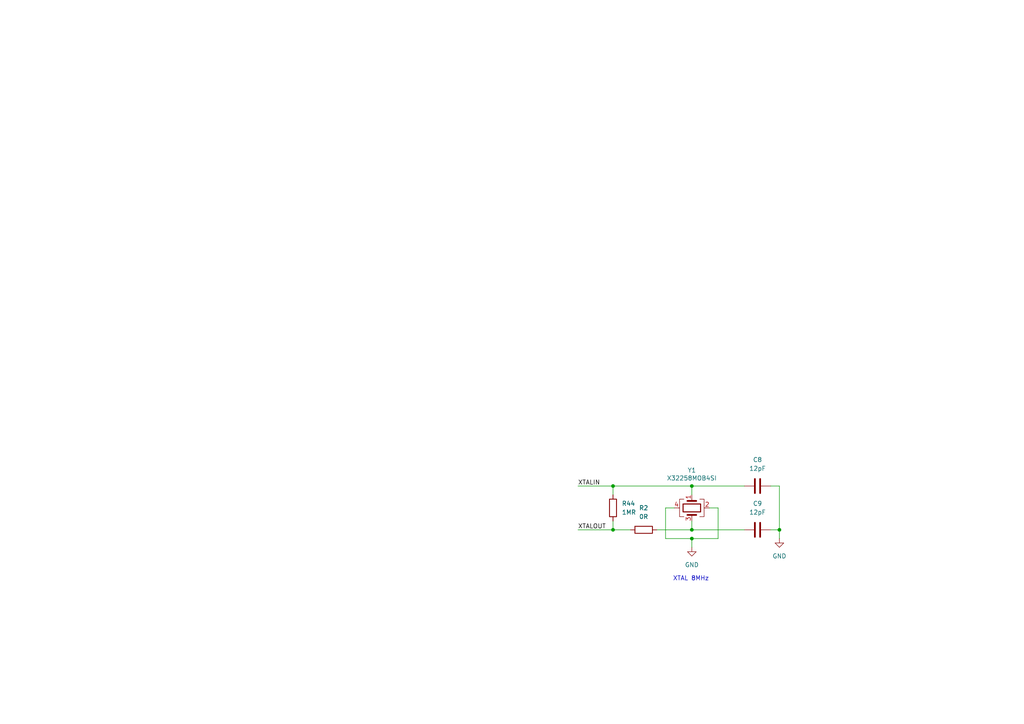
<source format=kicad_sch>
(kicad_sch (version 20250114) (generator "eeschema") (generator_version "9.0")
  (paper "A4")
  (lib_symbols
    (symbol "Device:C" (pin_numbers (hide yes)) (pin_names (offset 0.254))
      (property "Reference" "C" (at 0.635 2.54 0))
      (property "Value" "C" (at 0.635 -2.54 0))
      (symbol "C_0_1"
        (polyline (pts (xy -2.032 0.762) (xy 2.032 0.762)) (stroke (width 0.508)))
        (polyline (pts (xy -2.032 -0.762) (xy 2.032 -0.762)) (stroke (width 0.508)))
      )
      (symbol "C_1_1"
        (pin passive line (at 0 3.81 270) (length 2.794) (name "~") (number "1"))
        (pin passive line (at 0 -3.81 90) (length 2.794) (name "~") (number "2"))
      )
    )
    (symbol "Device:Crystal_GND24" (pin_names (offset 1.016) (hide yes))
      (property "Reference" "Y" (at 3.175 5.08 0))
      (property "Value" "Crystal_GND24" (at 3.175 3.175 0))
      (symbol "Crystal_GND24_0_1"
        (polyline (pts (xy -2.54 2.286) (xy -2.54 3.556) (xy 2.54 3.556) (xy 2.54 2.286)))
        (polyline (pts (xy -2.54 0) (xy -2.032 0)))
        (polyline (pts (xy -2.54 -2.286) (xy -2.54 -3.556) (xy 2.54 -3.556) (xy 2.54 -2.286)))
        (polyline (pts (xy -2.032 -1.27) (xy -2.032 1.27)) (stroke (width 0.508)))
        (rectangle (start -1.143 2.54) (end 1.143 -2.54) (stroke (width 0.3048)))
        (polyline (pts (xy 0 3.556) (xy 0 3.81)))
        (polyline (pts (xy 0 -3.81) (xy 0 -3.556)))
        (polyline (pts (xy 2.032 0) (xy 2.54 0)))
        (polyline (pts (xy 2.032 -1.27) (xy 2.032 1.27)) (stroke (width 0.508)))
      )
      (symbol "Crystal_GND24_1_1"
        (pin passive line (at -3.81 0 0) (length 1.27) (name "1") (number "1"))
        (pin passive line (at 0 5.08 270) (length 1.27) (name "2") (number "2"))
        (pin passive line (at 0 -5.08 90) (length 1.27) (name "4") (number "4"))
        (pin passive line (at 3.81 0 180) (length 1.27) (name "3") (number "3"))
      )
    )
    (symbol "Device:R" (pin_numbers (hide yes)) (pin_names (offset 0))
      (property "Reference" "R" (at 2.032 0 90))
      (property "Value" "R" (at 0 0 90))
      (symbol "R_0_1"
        (rectangle (start -1.016 -2.54) (end 1.016 2.54) (stroke (width 0.254)))
      )
      (symbol "R_1_1"
        (pin passive line (at 0 3.81 270) (length 1.27) (name "~") (number "1"))
        (pin passive line (at 0 -3.81 90) (length 1.27) (name "~") (number "2"))
      )
    )
    (symbol "power:GND" (power) (pin_numbers (hide yes)) (pin_names (offset 0) (hide yes))
      (property "Value" "GND" (at 0 -3.81 0))
      (symbol "GND_0_1"
        (polyline (pts (xy 0 0) (xy 0 -1.27) (xy 1.27 -1.27) (xy 0 -2.54) (xy -1.27 -1.27) (xy 0 -1.27)))
      )
      (symbol "GND_1_1"
        (pin power_in line (at 0 0 270) (length 0) (name "~") (number "1"))
      )
    )
  )
  (text "XTAL 8MHz" (at 200.406 167.894 0) (effects (font (size 1.27 1.27))))
  (junction (at 177.8 140.97))
  (junction (at 200.66 156.21))
  (junction (at 226.06 153.67))
  (junction (at 200.66 153.67))
  (junction (at 177.8 153.67))
  (junction (at 200.66 140.97))
  (wire (pts (xy 226.06 153.67) (xy 226.06 140.97)))
  (wire (pts (xy 200.66 156.21) (xy 200.66 158.75)))
  (wire (pts (xy 177.8 140.97) (xy 177.8 143.51)))
  (wire (pts (xy 193.04 156.21) (xy 200.66 156.21)))
  (wire (pts (xy 195.58 147.32) (xy 193.04 147.32)))
  (wire (pts (xy 200.66 153.67) (xy 215.9 153.67)))
  (wire (pts (xy 223.52 153.67) (xy 226.06 153.67)))
  (wire (pts (xy 226.06 140.97) (xy 223.52 140.97)))
  (wire (pts (xy 177.8 153.67) (xy 182.88 153.67)))
  (wire (pts (xy 208.28 147.32) (xy 205.74 147.32)))
  (wire (pts (xy 200.66 140.97) (xy 215.9 140.97)))
  (wire (pts (xy 177.8 151.13) (xy 177.8 153.67)))
  (wire (pts (xy 226.06 156.21) (xy 226.06 153.67)))
  (wire (pts (xy 190.5 153.67) (xy 200.66 153.67)))
  (wire (pts (xy 193.04 147.32) (xy 193.04 156.21)))
  (wire (pts (xy 208.28 156.21) (xy 208.28 147.32)))
  (wire (pts (xy 200.66 156.21) (xy 208.28 156.21)))
  (wire (pts (xy 200.66 151.13) (xy 200.66 153.67)))
  (wire (pts (xy 177.8 140.97) (xy 200.66 140.97)))
  (wire (pts (xy 167.64 153.67) (xy 177.8 153.67)))
  (wire (pts (xy 200.66 143.51) (xy 200.66 140.97)))
  (wire (pts (xy 167.64 140.97) (xy 177.8 140.97)))
  (label "XTALOUT" (at 167.64 153.67 0))
  (label "XTALIN" (at 167.64 140.97 0))
  (symbol (lib_id "power:GND") (at 226.06 156.21 0) (unit 1)
    (property "Reference" "#PWR015" (effects (hide yes)))
    (property "Value" "GND" (at 226.06 161.29 0))
    (property "Description" "Power symbol creates a global label with name \"GND\" , ground" (effects (hide yes)))
    (instances (project "MizukiH743" (path "" (reference "#PWR015") (unit 1))) (project "ZA_N655" (path "" (reference "#PWR?") (unit 1))))
  )
  (symbol (lib_id "Device:R") (at 186.69 153.67 90) (unit 1)
    (property "Reference" "R2" (at 186.69 147.32 90))
    (property "Value" "0R" (at 186.69 149.86 90))
    (property "Description" "Resistor" (effects (hide yes)))
  )
  (symbol (lib_id "Device:C") (at 219.71 140.97 90) (unit 1)
    (property "Reference" "C8" (at 219.71 133.35 90))
    (property "Value" "12pF" (at 219.71 135.89 90))
    (property "Footprint" "Capacitor_SMD:C_0603_1608Metric" (effects (hide yes)))
    (property "Description" "Unpolarized capacitor" (effects (hide yes)))
    (instances (project "MizukiH743" (path "" (reference "C8") (unit 1))) (project "" (path "" (reference "C1") (unit 1))))
  )
  (symbol (lib_id "Device:Crystal_GND24") (at 200.66 147.32 270) (unit 1)
    (property "Reference" "Y1" (at 200.66 136.398 90))
    (property "Value" "X32258MOB4SI" (at 200.66 138.684 90))
    (property "Footprint" "Crystal:Crystal_SMD_3225-4Pin_3.2x2.5mm" (effects (hide yes)))
    (property "Description" "Four pin crystal, GND on pins 2 and 4" (effects (hide yes)))
    (property "Part No." "X32258MOB4SI" (effects (hide yes)))
    (property "Vendor" "YXC" (effects (hide yes)))
  )
  (symbol (lib_id "Device:R") (at 177.8 147.32 0) (unit 1)
    (property "Reference" "R44" (at 180.34 146.0499 0) (effects (justify left)))
    (property "Value" "1MR" (at 180.34 148.5899 0) (effects (justify left)))
    (property "Footprint" "Capacitor_SMD:C_0603_1608Metric" (effects (hide yes)))
    (property "Description" "Resistor" (effects (hide yes)))
    (instances (project "" (path "" (reference "R44") (unit 1))) (project "" (path "" (reference "R1") (unit 1))))
  )
  (symbol (lib_id "Device:C") (at 219.71 153.67 90) (unit 1)
    (property "Reference" "C9" (at 219.71 146.05 90))
    (property "Value" "12pF" (at 219.71 148.59 90))
    (property "Footprint" "Capacitor_SMD:C_0603_1608Metric" (effects (hide yes)))
    (property "Description" "Unpolarized capacitor" (effects (hide yes)))
    (instances (project "MizukiH743" (path "" (reference "C9") (unit 1))) (project "" (path "" (reference "C2") (unit 1))))
  )
  (symbol (lib_id "power:GND") (at 200.66 158.75 0) (unit 1)
    (property "Reference" "#PWR010" (effects (hide yes)))
    (property "Value" "GND" (at 200.66 163.83 0))
    (property "Description" "Power symbol creates a global label with name \"GND\" , ground" (effects (hide yes)))
    (instances (project "MizukiH743" (path "" (reference "#PWR010") (unit 1))) (project "ZA_N655" (path "" (reference "#PWR?") (unit 1))))
  )
)
</source>
